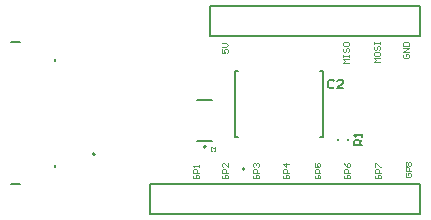
<source format=gto>
G04*
G04 #@! TF.GenerationSoftware,Altium Limited,Altium Designer,21.6.1 (37)*
G04*
G04 Layer_Color=65535*
%FSLAX44Y44*%
%MOMM*%
G71*
G04*
G04 #@! TF.SameCoordinates,C135475F-75A8-4638-86A0-0441CF34CE4C*
G04*
G04*
G04 #@! TF.FilePolarity,Positive*
G04*
G01*
G75*
%ADD10C,0.2000*%
%ADD11C,0.1270*%
%ADD12C,0.1000*%
%ADD13C,0.1500*%
D10*
X441000Y295000D02*
G03*
X441000Y295000I-1000J0D01*
G01*
X313940Y307510D02*
G03*
X313940Y307510I-1000J0D01*
G01*
X408000Y313800D02*
G03*
X408000Y313800I-1000J0D01*
G01*
X588900Y257300D02*
Y282700D01*
X360300Y257300D02*
X588900D01*
X360300D02*
Y282700D01*
X588900D01*
X411100Y432700D02*
X588900D01*
X411100Y407300D02*
Y432700D01*
Y407300D02*
X588900D01*
Y432700D01*
D11*
X528000Y319200D02*
Y320800D01*
X520000Y319200D02*
Y320800D01*
X432500Y322000D02*
Y378000D01*
Y322000D02*
X435200D01*
X432500Y378000D02*
X435200D01*
X507500Y322000D02*
Y378000D01*
X504800D02*
X507500D01*
X504800Y322000D02*
X507500D01*
X280000Y386500D02*
Y388500D01*
Y296500D02*
Y298500D01*
X243000Y402500D02*
X251000D01*
X243000Y282500D02*
X251000D01*
X400500Y318800D02*
X413500D01*
X400500Y353200D02*
X413500D01*
D12*
X422002Y396332D02*
Y393000D01*
X424501D01*
X423668Y394666D01*
Y395499D01*
X424501Y396332D01*
X426167D01*
X427000Y395499D01*
Y393833D01*
X426167Y393000D01*
X422002Y397998D02*
X425334D01*
X427000Y399664D01*
X425334Y401331D01*
X422002D01*
X529000Y385000D02*
X524002D01*
X525668Y386666D01*
X524002Y388332D01*
X529000D01*
X524002Y389998D02*
Y391665D01*
Y390831D01*
X529000D01*
Y389998D01*
Y391665D01*
X524835Y397496D02*
X524002Y396663D01*
Y394997D01*
X524835Y394164D01*
X525668D01*
X526501Y394997D01*
Y396663D01*
X527334Y397496D01*
X528167D01*
X529000Y396663D01*
Y394997D01*
X528167Y394164D01*
X524002Y401661D02*
Y399995D01*
X524835Y399162D01*
X528167D01*
X529000Y399995D01*
Y401661D01*
X528167Y402494D01*
X524835D01*
X524002Y401661D01*
X555000Y386000D02*
X550002D01*
X551668Y387666D01*
X550002Y389332D01*
X555000D01*
X550002Y393498D02*
Y391831D01*
X550835Y390998D01*
X554167D01*
X555000Y391831D01*
Y393498D01*
X554167Y394331D01*
X550835D01*
X550002Y393498D01*
X550835Y399329D02*
X550002Y398496D01*
Y396830D01*
X550835Y395997D01*
X551668D01*
X552501Y396830D01*
Y398496D01*
X553334Y399329D01*
X554167D01*
X555000Y398496D01*
Y396830D01*
X554167Y395997D01*
X550002Y400995D02*
Y402661D01*
Y401828D01*
X555000D01*
Y400995D01*
Y402661D01*
X575835Y392332D02*
X575002Y391499D01*
Y389833D01*
X575835Y389000D01*
X579167D01*
X580000Y389833D01*
Y391499D01*
X579167Y392332D01*
X577501D01*
Y390666D01*
X580000Y393998D02*
X575002D01*
X580000Y397331D01*
X575002D01*
Y398997D02*
X580000D01*
Y401496D01*
X579167Y402329D01*
X575835D01*
X575002Y401496D01*
Y398997D01*
X397835Y290332D02*
X397002Y289499D01*
Y287833D01*
X397835Y287000D01*
X401167D01*
X402000Y287833D01*
Y289499D01*
X401167Y290332D01*
X399501D01*
Y288666D01*
X402000Y291998D02*
X397002D01*
Y294498D01*
X397835Y295331D01*
X399501D01*
X400334Y294498D01*
Y291998D01*
X402000Y296997D02*
Y298663D01*
Y297830D01*
X397002D01*
X397835Y296997D01*
X422835Y290332D02*
X422002Y289499D01*
Y287833D01*
X422835Y287000D01*
X426167D01*
X427000Y287833D01*
Y289499D01*
X426167Y290332D01*
X424501D01*
Y288666D01*
X427000Y291998D02*
X422002D01*
Y294498D01*
X422835Y295331D01*
X424501D01*
X425334Y294498D01*
Y291998D01*
X427000Y300329D02*
Y296997D01*
X423668Y300329D01*
X422835D01*
X422002Y299496D01*
Y297830D01*
X422835Y296997D01*
X448835Y290332D02*
X448002Y289499D01*
Y287833D01*
X448835Y287000D01*
X452167D01*
X453000Y287833D01*
Y289499D01*
X452167Y290332D01*
X450501D01*
Y288666D01*
X453000Y291998D02*
X448002D01*
Y294498D01*
X448835Y295331D01*
X450501D01*
X451334Y294498D01*
Y291998D01*
X448835Y296997D02*
X448002Y297830D01*
Y299496D01*
X448835Y300329D01*
X449668D01*
X450501Y299496D01*
Y298663D01*
Y299496D01*
X451334Y300329D01*
X452167D01*
X453000Y299496D01*
Y297830D01*
X452167Y296997D01*
X473835Y290332D02*
X473002Y289499D01*
Y287833D01*
X473835Y287000D01*
X477167D01*
X478000Y287833D01*
Y289499D01*
X477167Y290332D01*
X475501D01*
Y288666D01*
X478000Y291998D02*
X473002D01*
Y294498D01*
X473835Y295331D01*
X475501D01*
X476334Y294498D01*
Y291998D01*
X478000Y299496D02*
X473002D01*
X475501Y296997D01*
Y300329D01*
X500835Y290332D02*
X500002Y289499D01*
Y287833D01*
X500835Y287000D01*
X504167D01*
X505000Y287833D01*
Y289499D01*
X504167Y290332D01*
X502501D01*
Y288666D01*
X505000Y291998D02*
X500002D01*
Y294498D01*
X500835Y295331D01*
X502501D01*
X503334Y294498D01*
Y291998D01*
X500002Y300329D02*
Y296997D01*
X502501D01*
X501668Y298663D01*
Y299496D01*
X502501Y300329D01*
X504167D01*
X505000Y299496D01*
Y297830D01*
X504167Y296997D01*
X525835Y290332D02*
X525002Y289499D01*
Y287833D01*
X525835Y287000D01*
X529167D01*
X530000Y287833D01*
Y289499D01*
X529167Y290332D01*
X527501D01*
Y288666D01*
X530000Y291998D02*
X525002D01*
Y294498D01*
X525835Y295331D01*
X527501D01*
X528334Y294498D01*
Y291998D01*
X525002Y300329D02*
X525835Y298663D01*
X527501Y296997D01*
X529167D01*
X530000Y297830D01*
Y299496D01*
X529167Y300329D01*
X528334D01*
X527501Y299496D01*
Y296997D01*
X551835Y290332D02*
X551002Y289499D01*
Y287833D01*
X551835Y287000D01*
X555167D01*
X556000Y287833D01*
Y289499D01*
X555167Y290332D01*
X553501D01*
Y288666D01*
X556000Y291998D02*
X551002D01*
Y294498D01*
X551835Y295331D01*
X553501D01*
X554334Y294498D01*
Y291998D01*
X551002Y296997D02*
Y300329D01*
X551835D01*
X555167Y296997D01*
X556000D01*
X577835Y291332D02*
X577002Y290499D01*
Y288833D01*
X577835Y288000D01*
X581167D01*
X582000Y288833D01*
Y290499D01*
X581167Y291332D01*
X579501D01*
Y289666D01*
X582000Y292998D02*
X577002D01*
Y295498D01*
X577835Y296331D01*
X579501D01*
X580334Y295498D01*
Y292998D01*
X577835Y297997D02*
X577002Y298830D01*
Y300496D01*
X577835Y301329D01*
X578668D01*
X579501Y300496D01*
X580334Y301329D01*
X581167D01*
X582000Y300496D01*
Y298830D01*
X581167Y297997D01*
X580334D01*
X579501Y298830D01*
X578668Y297997D01*
X577835D01*
X579501Y298830D02*
Y300496D01*
X414000Y313000D02*
X413500Y313500D01*
X412500D01*
X412001Y313000D01*
Y311000D01*
X412500Y310501D01*
X413500D01*
X414000Y311000D01*
X415000Y310501D02*
X415999D01*
X415499D01*
Y313500D01*
X415000Y313000D01*
D13*
X540499Y315335D02*
X533501D01*
Y318834D01*
X534667Y320000D01*
X537000D01*
X538166Y318834D01*
Y315335D01*
Y317667D02*
X540499Y320000D01*
Y322333D02*
Y324665D01*
Y323499D01*
X533501D01*
X534667Y322333D01*
X516744Y369512D02*
X515488Y370769D01*
X512975D01*
X511719Y369512D01*
Y364487D01*
X512975Y363231D01*
X515488D01*
X516744Y364487D01*
X524281Y363231D02*
X519256D01*
X524281Y368256D01*
Y369512D01*
X523025Y370769D01*
X520513D01*
X519256Y369512D01*
M02*

</source>
